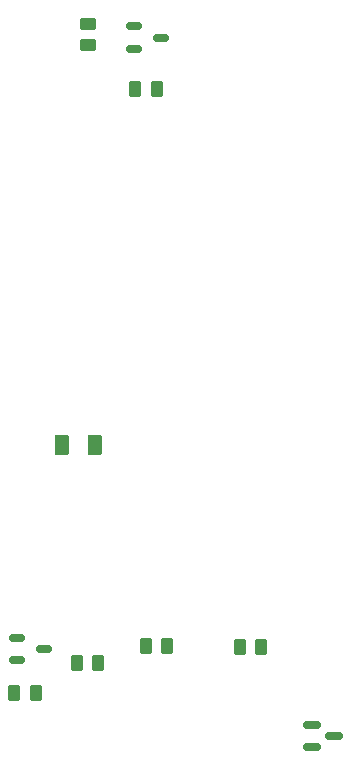
<source format=gbr>
%TF.GenerationSoftware,KiCad,Pcbnew,8.0.8-unknown-202501290020~8b811aa383~ubuntu24.04.1*%
%TF.CreationDate,2025-02-10T17:26:24-05:00*%
%TF.ProjectId,deleteme,64656c65-7465-46d6-952e-6b696361645f,rev?*%
%TF.SameCoordinates,Original*%
%TF.FileFunction,Paste,Top*%
%TF.FilePolarity,Positive*%
%FSLAX46Y46*%
G04 Gerber Fmt 4.6, Leading zero omitted, Abs format (unit mm)*
G04 Created by KiCad (PCBNEW 8.0.8-unknown-202501290020~8b811aa383~ubuntu24.04.1) date 2025-02-10 17:26:24*
%MOMM*%
%LPD*%
G01*
G04 APERTURE LIST*
G04 Aperture macros list*
%AMRoundRect*
0 Rectangle with rounded corners*
0 $1 Rounding radius*
0 $2 $3 $4 $5 $6 $7 $8 $9 X,Y pos of 4 corners*
0 Add a 4 corners polygon primitive as box body*
4,1,4,$2,$3,$4,$5,$6,$7,$8,$9,$2,$3,0*
0 Add four circle primitives for the rounded corners*
1,1,$1+$1,$2,$3*
1,1,$1+$1,$4,$5*
1,1,$1+$1,$6,$7*
1,1,$1+$1,$8,$9*
0 Add four rect primitives between the rounded corners*
20,1,$1+$1,$2,$3,$4,$5,0*
20,1,$1+$1,$4,$5,$6,$7,0*
20,1,$1+$1,$6,$7,$8,$9,0*
20,1,$1+$1,$8,$9,$2,$3,0*%
G04 Aperture macros list end*
%ADD10RoundRect,0.150000X-0.512500X-0.150000X0.512500X-0.150000X0.512500X0.150000X-0.512500X0.150000X0*%
%ADD11RoundRect,0.250000X0.262500X0.450000X-0.262500X0.450000X-0.262500X-0.450000X0.262500X-0.450000X0*%
%ADD12RoundRect,0.250000X0.375000X0.625000X-0.375000X0.625000X-0.375000X-0.625000X0.375000X-0.625000X0*%
%ADD13RoundRect,0.250000X-0.262500X-0.450000X0.262500X-0.450000X0.262500X0.450000X-0.262500X0.450000X0*%
%ADD14RoundRect,0.150000X-0.587500X-0.150000X0.587500X-0.150000X0.587500X0.150000X-0.587500X0.150000X0*%
%ADD15RoundRect,0.250000X0.450000X-0.262500X0.450000X0.262500X-0.450000X0.262500X-0.450000X-0.262500X0*%
G04 APERTURE END LIST*
D10*
%TO.C,Q2*%
X137415000Y-123176409D03*
X137415000Y-125076409D03*
X139690000Y-124126409D03*
%TD*%
D11*
%TO.C,R5*%
X149270000Y-76666409D03*
X147445000Y-76666409D03*
%TD*%
D12*
%TO.C,D1*%
X144027500Y-106876409D03*
X141227500Y-106876409D03*
%TD*%
D10*
%TO.C,Q1*%
X147375000Y-71406409D03*
X147375000Y-73306409D03*
X149650000Y-72356409D03*
%TD*%
D13*
%TO.C,R3*%
X142490000Y-125276409D03*
X144315000Y-125276409D03*
%TD*%
D11*
%TO.C,R4*%
X158100000Y-123976409D03*
X156275000Y-123976409D03*
%TD*%
D13*
%TO.C,R1*%
X137215000Y-127876409D03*
X139040000Y-127876409D03*
%TD*%
D14*
%TO.C,U4*%
X162415000Y-130526409D03*
X162415000Y-132426409D03*
X164290000Y-131476409D03*
%TD*%
D15*
%TO.C,R6*%
X143410000Y-73011409D03*
X143410000Y-71186409D03*
%TD*%
D13*
%TO.C,R2*%
X148315000Y-123826409D03*
X150140000Y-123826409D03*
%TD*%
M02*

</source>
